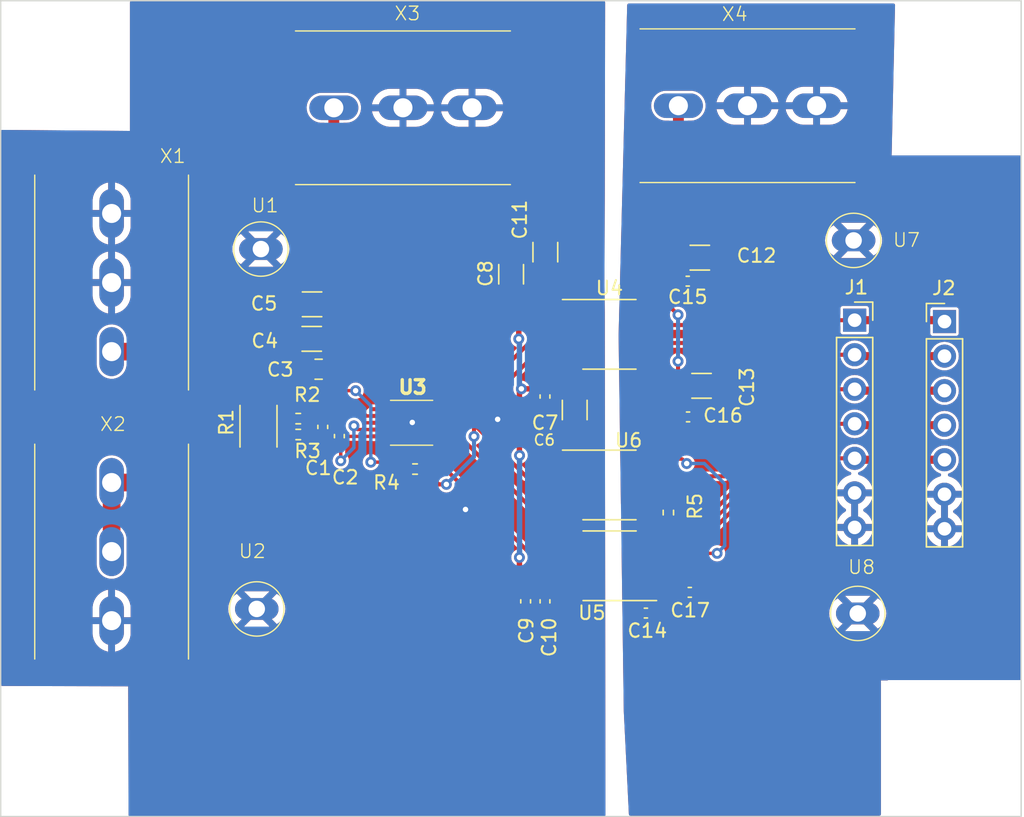
<source format=kicad_pcb>
(kicad_pcb (version 20221018) (generator pcbnew)
  (layers (0 "F.Cu" signal) (31 "B.Cu" signal) (34 "B.Paste" user) (35 "F.Paste" user) (36 "B.SilkS" user "B.Silkscreen") (37 "F.SilkS" user "F.Silkscreen") (38 "B.Mask" user) (39 "F.Mask" user) (44 "Edge.Cuts" user))
  (net 0 "")
  (net 1 "Net-(U3-IN+)")
  (net 2 "Net-(U3-IN-)")
  (net 3 "GND")
  (net 4 "GND1")
  (net 5 "Net-(J1-Pin_1)")
  (net 6 "Net-(J1-Pin_2)")
  (net 7 "Net-(J1-Pin_3)")
  (net 8 "Net-(J1-Pin_4)")
  (net 9 "Net-(J1-Pin_5)")
  (net 10 "Net-(R1-Pad2)")
  (net 11 "Net-(U3-ALERT)")
  (net 12 "Net-(U6-VOB)")
  (net 13 "Net-(U3-CS)")
  (net 14 "Net-(U3-MOSI)")
  (net 15 "Net-(U3-MISO)")
  (net 16 "Net-(U3-SCLK)")
  (net 17 "pwr")
  (net 18 "Net-(U4-VDD2)")
  (net 19 "Net-(U3-VBUS)")
  (footprint "Capacitor_SMD:C_0805_2012Metric_Pad1.18x1.45mm_HandSolder" (layer "F.Cu") (at 166.4208 91.3638 180)
    (fp_text reference "C3" (at 2.8194 -0.0254 180) (layer "F.SilkS"))
    (fp_text value "100 nF" hide)
    (fp_line (start -0.261252 -0.735) (end 0.261252 -0.735) (stroke (width 0.12)) (layer "F.SilkS"))
    (fp_line (start -0.261252 0.735) (end 0.261252 0.735) (stroke (width 0.12)) (layer "F.SilkS"))
    (pad "1" smd roundrect (at -1.0375 0 180) (size 1.175 1.45) (layers "F.Cu" "F.Paste" "F.Mask") (roundrect_rratio 0.2127659574) (net 17 "pwr"))
    (pad "2" smd roundrect (at 1.0375 0 180) (size 1.175 1.45) (layers "F.Cu" "F.Paste" "F.Mask") (roundrect_rratio 0.2127659574) (net 3 "GND"))
  )
  (footprint "Capacitor_SMD:C_1206_3216Metric_Pad1.33x1.80mm_HandSolder" (layer "F.Cu") (at 185.2422 94.361 90)
    (fp_text reference "C6" (at -2.2098 -2.2352) (layer "F.SilkS") (effects (font (size 0.8 0.8) (thickness 0.125))))
    (fp_text value "10μF" hide)
    (fp_line (start -0.711252 -0.91) (end 0.711252 -0.91) (stroke (width 0.12)) (layer "F.SilkS"))
    (fp_line (start -0.711252 0.91) (end 0.711252 0.91) (stroke (width 0.12)) (layer "F.SilkS"))
    (pad "1" smd roundrect (at -1.5625 0 90) (size 1.325 1.8) (layers "F.Cu" "F.Paste" "F.Mask") (roundrect_rratio 0.1886792453) (net 3 "GND"))
    (pad "2" smd roundrect (at 1.5625 0 90) (size 1.325 1.8) (layers "F.Cu" "F.Paste" "F.Mask") (roundrect_rratio 0.1886792453) (net 17 "pwr"))
  )
  (footprint "Capacitor_SMD:C_0402_1005Metric_Pad0.74x0.62mm_HandSolder" (layer "F.Cu") (at 166.7256 95.6056 -90)
    (fp_text reference "C1" (at 3.0226 0.3302) (layer "F.SilkS"))
    (fp_text value "100n" hide)
    (fp_line (start -0.115835 -0.36) (end 0.115835 -0.36) (stroke (width 0.12)) (layer "F.SilkS"))
    (fp_line (start -0.115835 0.36) (end 0.115835 0.36) (stroke (width 0.12)) (layer "F.SilkS"))
    (pad "1" smd roundrect (at -0.5675 0 270) (size 0.735 0.62) (layers "F.Cu" "F.Paste" "F.Mask") (net 1 "Net-(U3-IN+)"))
    (pad "2" smd roundrect (at 0.5675 0 270) (size 0.735 0.62) (layers "F.Cu" "F.Paste" "F.Mask") (net 2 "Net-(U3-IN-)"))
  )
  (footprint "Resistor_SMD:R_2010_5025Metric_Pad1.40x2.65mm_HandSolder" (layer "F.Cu") (at 162.0012 95.5548 -90)
    (fp_text reference "R1" (at -0.2794 2.3622 90) (layer "F.SilkS"))
    (fp_text value "50m ohms" hide)
    (fp_line (start -1.527064 -1.36) (end 1.527064 -1.36) (stroke (width 0.12)) (layer "F.SilkS"))
    (fp_line (start -1.527064 1.36) (end 1.527064 1.36) (stroke (width 0.12)) (layer "F.SilkS"))
    (pad "1" smd roundrect (at -2.4 0 270) (size 1.4 2.65) (layers "F.Cu" "F.Paste" "F.Mask") (roundrect_rratio 0.1785707143) (net 19 "Net-(U3-VBUS)"))
    (pad "2" smd roundrect (at 2.4 0 270) (size 1.4 2.65) (layers "F.Cu" "F.Paste" "F.Mask") (roundrect_rratio 0.1785707143) (net 10 "Net-(R1-Pad2)"))
  )
  (footprint "Package_SO:SOIC-8_3.9x4.9mm_P1.27mm" (layer "F.Cu") (at 187.7964 99.8728)
    (fp_text reference "U6" (at 1.4082 -3.2766) (layer "F.SilkS"))
    (fp_text value "ADuM120N" hide)
    (fp_line (start 0 -2.56) (end -3.45 -2.56) (stroke (width 0.12)) (layer "F.SilkS"))
    (fp_line (start 0 -2.56) (end 1.95 -2.56) (stroke (width 0.12)) (layer "F.SilkS"))
    (fp_line (start 0 2.56) (end -1.95 2.56) (stroke (width 0.12)) (layer "F.SilkS"))
    (fp_line (start 0 2.56) (end 1.95 2.56) (stroke (width 0.12)) (layer "F.SilkS"))
    (pad "1" smd roundrect (at -2.475 -1.905) (size 1.95 0.6) (layers "F.Cu" "F.Paste" "F.Mask") (net 17 "pwr"))
    (pad "2" smd roundrect (at -2.475 -0.635) (size 1.95 0.6) (layers "F.Cu" "F.Paste" "F.Mask") (net 11 "Net-(U3-ALERT)"))
    (pad "3" smd roundrect (at -2.475 0.635) (size 1.95 0.6) (layers "F.Cu" "F.Paste" "F.Mask") (net 3 "GND"))
    (pad "4" smd roundrect (at -2.475 1.905) (size 1.95 0.6) (layers "F.Cu" "F.Paste" "F.Mask") (net 3 "GND"))
    (pad "5" smd roundrect (at 2.475 1.905) (size 1.95 0.6) (layers "F.Cu" "F.Paste" "F.Mask") (net 4 "GND1"))
    (pad "6" smd roundrect (at 2.475 0.635) (size 1.95 0.6) (layers "F.Cu" "F.Paste" "F.Mask") (net 12 "Net-(U6-VOB)"))
    (pad "7" smd roundrect (at 2.475 -0.635) (size 1.95 0.6) (layers "F.Cu" "F.Paste" "F.Mask") (net 7 "Net-(J1-Pin_3)"))
    (pad "8" smd roundrect (at 2.475 -1.905) (size 1.95 0.6) (layers "F.Cu" "F.Paste" "F.Mask") (net 18 "Net-(U4-VDD2)"))
  )
  (footprint "Capacitor_SMD:C_1206_3216Metric_Pad1.33x1.80mm_HandSolder" (layer "F.Cu") (at 194.564 92.583)
    (fp_text reference "C13" (at 3.3375 0.1 90) (layer "F.SilkS"))
    (fp_text value "10μF" hide)
    (fp_line (start -0.711252 -0.91) (end 0.711252 -0.91) (stroke (width 0.12)) (layer "F.SilkS"))
    (fp_line (start -0.711252 0.91) (end 0.711252 0.91) (stroke (width 0.12)) (layer "F.SilkS"))
    (pad "1" smd roundrect (at -1.5625 0) (size 1.325 1.8) (layers "F.Cu" "F.Paste" "F.Mask") (roundrect_rratio 0.1886792453) (net 18 "Net-(U4-VDD2)"))
    (pad "2" smd roundrect (at 1.5625 0) (size 1.325 1.8) (layers "F.Cu" "F.Paste" "F.Mask") (roundrect_rratio 0.1886792453) (net 4 "GND1"))
  )
  (footprint "Connector_PinHeader_2.54mm:PinHeader_1x07_P2.54mm_Vertical" (layer "F.Cu") (at 212.4202 87.8586)
    (fp_text reference "J2" (at -0.0508 -2.4638) (layer "F.SilkS"))
    (fp_text value "Conn_01x07_female")
    (fp_line (start -1.33 -1.33) (end 0 -1.33) (stroke (width 0.12)) (layer "F.SilkS"))
    (fp_line (start -1.33 0) (end -1.33 -1.33) (stroke (width 0.12)) (layer "F.SilkS"))
    (fp_line (start -1.33 1.27) (end -1.33 16.57) (stroke (width 0.12)) (layer "F.SilkS"))
    (fp_line (start -1.33 1.27) (end 1.33 1.27) (stroke (width 0.12)) (layer "F.SilkS"))
    (fp_line (start -1.33 16.57) (end 1.33 16.57) (stroke (width 0.12)) (layer "F.SilkS"))
    (fp_line (start 1.33 1.27) (end 1.33 16.57) (stroke (width 0.12)) (layer "F.SilkS"))
    (pad "1" thru_hole rect (at 0 0) (size 1.7 1.7) (drill 1) (layers "*.Cu" "*.Mask") (net 5 "Net-(J1-Pin_1)"))
    (pad "2" thru_hole oval (at 0 2.54) (size 1.7 1.7) (drill 1) (layers "*.Cu" "*.Mask") (net 6 "Net-(J1-Pin_2)"))
    (pad "3" thru_hole oval (at 0 5.08) (size 1.7 1.7) (drill 1) (layers "*.Cu" "*.Mask") (net 7 "Net-(J1-Pin_3)"))
    (pad "4" thru_hole oval (at 0 7.62) (size 1.7 1.7) (drill 1) (layers "*.Cu" "*.Mask") (net 8 "Net-(J1-Pin_4)"))
    (pad "5" thru_hole oval (at 0 10.16) (size 1.7 1.7) (drill 1) (layers "*.Cu" "*.Mask") (net 9 "Net-(J1-Pin_5)"))
    (pad "6" thru_hole oval (at 0 12.7) (size 1.7 1.7) (drill 1) (layers "*.Cu" "*.Mask") (net 4 "GND1"))
    (pad "7" thru_hole oval (at 0 15.24) (size 1.7 1.7) (drill 1) (layers "*.Cu" "*.Mask") (net 4 "GND1"))
  )
  (footprint "Capacitor_SMD:C_0402_1005Metric_Pad0.74x0.62mm_HandSolder" (layer "F.Cu") (at 167.9448 96.2827 -90)
    (fp_text reference "C2" (at 3.0313 -0.4318) (layer "F.SilkS"))
    (fp_text value "100n" hide)
    (fp_line (start -0.115835 -0.36) (end 0.115835 -0.36) (stroke (width 0.12)) (layer "F.SilkS"))
    (fp_line (start -0.115835 0.36) (end 0.115835 0.36) (stroke (width 0.12)) (layer "F.SilkS"))
    (pad "1" smd roundrect (at -0.5675 0 270) (size 0.735 0.62) (layers "F.Cu" "F.Paste" "F.Mask") (net 1 "Net-(U3-IN+)"))
    (pad "2" smd roundrect (at 0.5675 0 270) (size 0.735 0.62) (layers "F.Cu" "F.Paste" "F.Mask") (net 2 "Net-(U3-IN-)"))
  )
  (footprint "soldernail:Soldernail" (layer "F.Cu") (at 162.179 82.5246)
    (fp_text reference "U1" (at 0.3048 -3.2004 unlocked) (layer "F.SilkS") (effects (font (thickness 0.1))))
    (fp_text value "~" hide)
    (fp_circle (center 0 0) (end 2 0) (stroke (width 0.1)) (fill none) (layer "F.SilkS"))
    (pad "1" thru_hole oval (at 0 0 90) (size 1.6 3.2) (drill 1.21) (layers "*.Cu" "*.Mask") (net 3 "GND"))
  )
  (footprint "AkL073_3:AKL073-03_footprint" (layer "F.Cu") (at 172.6184 72.136 180)
    (fp_text reference "X3" (at -0.3302 6.9342 unlocked) (layer "F.SilkS") (effects (font (thickness 0.1))))
    (fp_text value "~" hide)
    (fp_line (start -7.9 -5.65) (end 7.9 -5.65) (stroke (width 0.1)) (layer "F.SilkS"))
    (fp_line (start -7.9 5.65) (end 7.9 5.65) (stroke (width 0.1)) (layer "F.SilkS"))
    (pad "1" thru_hole oval (at -5.08 0 270) (size 1.8 3.6) (drill 1.4) (layers "*.Cu" "*.Mask") (net 3 "GND"))
    (pad "2" thru_hole oval (at 0 0 270) (size 1.8 3.6) (drill 1.4) (layers "*.Cu" "*.Mask" "Dwgs.User") (net 3 "GND"))
    (pad "3" thru_hole oval (at 5.08 0 270) (size 1.8 3.6) (drill 1.4) (layers "*.Cu" "*.Mask") (net 17 "pwr"))
  )
  (footprint "Capacitor_SMD:C_1206_3216Metric_Pad1.33x1.80mm_HandSolder" (layer "F.Cu") (at 180.5686 84.3788 90)
    (fp_text reference "C8" (at 0.0508 -1.8796 90) (layer "F.SilkS"))
    (fp_text value "100nF" hide)
    (fp_line (start -0.711252 -0.91) (end 0.711252 -0.91) (stroke (width 0.12)) (layer "F.SilkS"))
    (fp_line (start -0.711252 0.91) (end 0.711252 0.91) (stroke (width 0.12)) (layer "F.SilkS"))
    (pad "1" smd roundrect (at -1.5625 0 90) (size 1.325 1.8) (layers "F.Cu" "F.Paste" "F.Mask") (roundrect_rratio 0.1886792453) (net 17 "pwr"))
    (pad "2" smd roundrect (at 1.5625 0 90) (size 1.325 1.8) (layers "F.Cu" "F.Paste" "F.Mask") (roundrect_rratio 0.1886792453) (net 3 "GND"))
  )
  (footprint "Resistor_SMD:R_0402_1005Metric_Pad0.72x0.64mm_HandSolder" (layer "F.Cu") (at 164.9222 94.996)
    (fp_text reference "R2" (at 0.6604 -1.7526 180) (layer "F.SilkS"))
    (fp_text value "15 ohms" hide)
    (fp_line (start -0.167621 -0.38) (end 0.167621 -0.38) (stroke (width 0.12)) (layer "F.SilkS"))
    (fp_line (start -0.167621 0.38) (end 0.167621 0.38) (stroke (width 0.12)) (layer "F.SilkS"))
    (pad "1" smd roundrect (at -0.5975 0) (size 0.715 0.64) (layers "F.Cu" "F.Paste" "F.Mask") (net 19 "Net-(U3-VBUS)"))
    (pad "2" smd roundrect (at 0.5975 0) (size 0.715 0.64) (layers "F.Cu" "F.Paste" "F.Mask") (net 1 "Net-(U3-IN+)"))
  )
  (footprint "Package_SO:SOIC-8_3.9x4.9mm_P1.27mm" (layer "F.Cu") (at 187.8076 105.8164 180)
    (fp_text reference "U5" (at 1.306 -3.4624) (layer "F.SilkS"))
    (fp_text value "ADuM120N" hide)
    (fp_line (start 0 -2.56) (end -3.45 -2.56) (stroke (width 0.12)) (layer "F.SilkS"))
    (fp_line (start 0 -2.56) (end 1.95 -2.56) (stroke (width 0.12)) (layer "F.SilkS"))
    (fp_line (start 0 2.56) (end -1.95 2.56) (stroke (width 0.12)) (layer "F.SilkS"))
    (fp_line (start 0 2.56) (end 1.95 2.56) (stroke (width 0.12)) (layer "F.SilkS"))
    (pad "1" smd roundrect (at -2.475 -1.905 180) (size 1.95 0.6) (layers "F.Cu" "F.Paste" "F.Mask") (net 18 "Net-(U4-VDD2)"))
    (pad "2" smd roundrect (at -2.475 -0.635 180) (size 1.95 0.6) (layers "F.Cu" "F.Paste" "F.Mask") (net 9 "Net-(J1-Pin_5)"))
    (pad "3" smd roundrect (at -2.475 0.635 180) (size 1.95 0.6) (layers "F.Cu" "F.Paste" "F.Mask") (net 8 "Net-(J1-Pin_4)"))
    (pad "4" smd roundrect (at -2.475 1.905 180) (size 1.95 0.6) (layers "F.Cu" "F.Paste" "F.Mask") (net 4 "GND1"))
    (pad "5" smd roundrect (at 2.475 1.905 180) (size 1.95 0.6) (layers "F.Cu" "F.Paste" "F.Mask") (net 3 "GND"))
    (pad "6" smd roundrect (at 2.475 0.635 180) (size 1.95 0.6) (layers "F.Cu" "F.Paste" "F.Mask") (net 14 "Net-(U3-MOSI)"))
    (pad "7" smd roundrect (at 2.475 -0.635 180) (size 1.95 0.6) (layers "F.Cu" "F.Paste" "F.Mask") (net 13 "Net-(U3-CS)"))
    (pad "8" smd roundrect (at 2.475 -1.905 180) (size 1.95 0.6) (layers "F.Cu" "F.Paste" "F.Mask") (net 17 "pwr"))
  )
  (footprint "Capacitor_SMD:C_0402_1005Metric_Pad0.74x0.62mm_HandSolder" (layer "F.Cu") (at 190.4746 109.2962)
    (fp_text reference "C14" (at 0.1016 1.2954 180) (layer "F.SilkS"))
    (fp_text value "10μF" hide)
    (fp_line (start -0.115835 -0.36) (end 0.115835 -0.36) (stroke (width 0.12)) (layer "F.SilkS"))
    (fp_line (start -0.115835 0.36) (end 0.115835 0.36) (stroke (width 0.12)) (layer "F.SilkS"))
    (pad "1" smd roundrect (at -0.5675 0) (size 0.735 0.62) (layers "F.Cu" "F.Paste" "F.Mask") (net 18 "Net-(U4-VDD2)"))
    (pad "2" smd roundrect (at 0.5675 0) (size 0.735 0.62) (layers "F.Cu" "F.Paste" "F.Mask") (net 4 "GND1"))
  )
  (footprint "soldernail:Soldernail" (layer "F.Cu") (at 206.0448 109.3216)
    (fp_text reference "U8" (at 0.2794 -3.4036 unlocked) (layer "F.SilkS") (effects (font (thickness 0.1))))
    (fp_text value "~" hide)
    (fp_circle (center 0 0) (end 2 0) (stroke (width 0.1)) (fill none) (layer "F.SilkS"))
    (pad "1" thru_hole oval (at 0 0 90) (size 1.6 3.2) (drill 1.21) (layers "*.Cu" "*.Mask") (net 4 "GND1"))
  )
  (footprint "Connector_PinSocket_2.54mm:PinSocket_1x07_P2.54mm_Vertical" (layer "F.Cu") (at 205.8162 87.757)
    (fp_text reference "J1" (at 0.127 -2.413) (layer "F.SilkS"))
    (fp_text value "Conn_01x07_Male")
    (fp_line (start -1.33 1.27) (end -1.33 16.57) (stroke (width 0.12)) (layer "F.SilkS"))
    (fp_line (start -1.33 1.27) (end 1.33 1.27) (stroke (width 0.12)) (layer "F.SilkS"))
    (fp_line (start -1.33 16.57) (end 1.33 16.57) (stroke (width 0.12)) (layer "F.SilkS"))
    (fp_line (start 0 -1.33) (end 1.33 -1.33) (stroke (width 0.12)) (layer "F.SilkS"))
    (fp_line (start 1.33 -1.33) (end 1.33 0) (stroke (width 0.12)) (layer "F.SilkS"))
    (fp_line (start 1.33 1.27) (end 1.33 16.57) (stroke (width 0.12)) (layer "F.SilkS"))
    (pad "1" thru_hole rect (at 0 0) (size 1.7 1.7) (drill 1) (layers "*.Cu" "*.Mask") (net 5 "Net-(J1-Pin_1)"))
    (pad "2" thru_hole oval (at 0 2.54) (size 1.7 1.7) (drill 1) (layers "*.Cu" "*.Mask") (net 6 "Net-(J1-Pin_2)"))
    (pad "3" thru_hole oval (at 0 5.08) (size 1.7 1.7) (drill 1) (layers "*.Cu" "*.Mask") (net 7 "Net-(J1-Pin_3)"))
    (pad "4" thru_hole oval (at 0 7.62) (size 1.7 1.7) (drill 1) (layers "*.Cu" "*.Mask") (net 8 "Net-(J1-Pin_4)"))
    (pad "5" thru_hole oval (at 0 10.16) (size 1.7 1.7) (drill 1) (layers "*.Cu" "*.Mask") (net 9 "Net-(J1-Pin_5)"))
    (pad "6" thru_hole oval (at 0 12.7) (size 1.7 1.7) (drill 1) (layers "*.Cu" "*.Mask") (net 4 "GND1"))
    (pad "7" thru_hole oval (at 0 15.24) (size 1.7 1.7) (drill 1) (layers "*.Cu" "*.Mask") (net 4 "GND1"))
  )
  (footprint "Capacitor_SMD:C_1206_3216Metric_Pad1.33x1.80mm_HandSolder" (layer "F.Cu") (at 194.437 83.1596 180)
    (fp_text reference "C12" (at -4.1656 0.1524) (layer "F.SilkS"))
    (fp_text value "10μF" hide)
    (fp_line (start -0.711252 -0.91) (end 0.711252 -0.91) (stroke (width 0.12)) (layer "F.SilkS"))
    (fp_line (start -0.711252 0.91) (end 0.711252 0.91) (stroke (width 0.12)) (layer "F.SilkS"))
    (pad "1" smd roundrect (at -1.5625 0 180) (size 1.325 1.8) (layers "F.Cu" "F.Paste" "F.Mask") (roundrect_rratio 0.1886792453) (net 4 "GND1"))
    (pad "2" smd roundrect (at 1.5625 0 180) (size 1.325 1.8) (layers "F.Cu" "F.Paste" "F.Mask") (roundrect_rratio 0.1886792453) (net 18 "Net-(U4-VDD2)"))
  )
  (footprint "MountingHole:MountingHole_3.5mm" (layer "F.Cu") (at 147.5994 120.0912)
    (fp_text reference "hole2" hide)
    (fp_text value "MountingHole_3.5mm")
    (pad "" np_thru_hole circle (at 0 0) (size 3.5 3.5) (drill 3.5) (layers "*.Cu" "*.Mask"))
  )
  (footprint "MountingHole:MountingHole_3.5mm" (layer "F.Cu") (at 213.487 68.9864)
    (fp_text reference "hole1" hide)
    (fp_text value "MountingHole_3.5mm")
    (pad "" np_thru_hole circle (at 0 0) (size 3.5 3.5) (drill 3.5) (layers "*.Cu" "*.Mask"))
  )
  (footprint "Capacitor_SMD:C_0402_1005Metric_Pad0.74x0.62mm_HandSolder" (layer "F.Cu") (at 183.0578 93.3704 90)
    (fp_text reference "C7" (at -1.9325 0 180) (layer "F.SilkS"))
    (fp_text value "100nF" hide)
    (fp_line (start -0.115835 -0.36) (end 0.115835 -0.36) (stroke (width 0.12)) (layer "F.SilkS"))
    (fp_line (start -0.115835 0.36) (end 0.115835 0.36) (stroke (width 0.12)) (layer "F.SilkS"))
    (pad "1" smd roundrect (at -0.5675 0 90) (size 0.735 0.62) (layers "F.Cu" "F.Paste" "F.Mask") (net 3 "GND"))
    (pad "2" smd roundrect (at 0.5675 0 90) (size 0.735 0.62) (layers "F.Cu" "F.Paste" "F.Mask") (net 17 "pwr"))
  )
  (footprint "Capacitor_SMD:C_1206_3216Metric_Pad1.33x1.80mm_HandSolder" (layer "F.Cu") (at 165.9382 86.5886 180)
    (fp_text reference "C5" (at 3.5306 0.0508) (layer "F.SilkS"))
    (fp_text value "2,2μF" hide)
    (fp_line (start -0.711252 -0.91) (end 0.711252 -0.91) (stroke (width 0.12)) (layer "F.SilkS"))
    (fp_line (start -0.711252 0.91) (end 0.711252 0.91) (stroke (width 0.12)) (layer "F.SilkS"))
    (pad "1" smd roundrect (at -1.5625 0 180) (size 1.325 1.8) (layers "F.Cu" "F.Paste" "F.Mask") (roundrect_rratio 0.1886792453) (net 17 "pwr"))
    (pad "2" smd roundrect (at 1.5625 0 180) (size 1.325 1.8) (layers "F.Cu" "F.Paste" "F.Mask") (roundrect_rratio 0.1886792453) (net 3 "GND"))
  )
  (footprint "AkL073_3:AKL073-03_footprint" (layer "F.Cu") (at 151.2062 84.9884 90)
    (fp_text reference "X1" (at 9.2964 4.4958 unlocked) (layer "F.SilkS") (effects (font (thickness 0.1))))
    (fp_text value "~" hide)
    (fp_line (start -7.9 -5.65) (end 7.9 -5.65) (stroke (width 0.1)) (layer "F.SilkS"))
    (fp_line (start -7.9 5.65) (end 7.9 5.65) (stroke (width 0.1)) (layer "F.SilkS"))
    (pad "1" thru_hole oval (at -5.08 0 180) (size 1.8 3.6) (drill 1.4) (layers "*.Cu" "*.Mask") (net 19 "Net-(U3-VBUS)"))
    (pad "2" thru_hole oval (at 0 0 180) (size 1.8 3.6) (drill 1.4) (layers "*.Cu" "*.Mask" "Dwgs.User") (net 3 "GND"))
    (pad "3" thru_hole oval (at 5.08 0 180) (size 1.8 3.6) (drill 1.4) (layers "*.Cu" "*.Mask") (net 3 "GND"))
  )
  (footprint "soldernail:Soldernail" (layer "F.Cu") (at 205.74 81.8896)
    (fp_text reference "U7" (at 3.8862 -0.0254 unlocked) (layer "F.SilkS") (effects (font (thickness 0.1))))
    (fp_text value "~" hide)
    (fp_circle (center 0 0) (end 2 0) (stroke (width 0.1)) (fill none) (layer "F.SilkS"))
    (pad "1" thru_hole oval (at 0 0 90) (size 1.6 3.2) (drill 1.21) (layers "*.Cu" "*.Mask") (net 4 "GND1"))
  )
  (footprint "Capacitor_SMD:C_1206_3216Metric_Pad1.33x1.80mm_HandSolder" (layer "F.Cu") (at 183.0832 82.7532 90)
    (fp_text reference "C11" (at 2.3876 -1.8796 90) (layer "F.SilkS"))
    (fp_text value "10μF" hide)
    (fp_line (start -0.711252 -0.91) (end 0.711252 -0.91) (stroke (width 0.12)) (layer "F.SilkS"))
    (fp_line (start -0.711252 0.91) (end 0.711252 0.91) (stroke (width 0.12)) (layer "F.SilkS"))
    (pad "1" smd roundrect (at -1.5625 0 90) (size 1.325 1.8) (layers "F.Cu" "F.Paste" "F.Mask") (roundrect_rratio 0.1886792453) (net 17 "pwr"))
    (pad "2" smd roundrect (at 1.5625 0 90) (size 1.325 1.8) (layers "F.Cu" "F.Paste" "F.Mask") (roundrect_rratio 0.1886792453) (net 3 "GND"))
  )
  (footprint "MountingHole:MountingHole_3.5mm" (layer "F.Cu") (at 213.2584 120.1928)
    (fp_text reference "hole3" hide)
    (fp_text value "MountingHole_3.5mm")
    (pad "" np_thru_hole circle (at 0 0) (size 3.5 3.5) (drill 3.5) (layers "*.Cu" "*.Mask"))
  )
  (footprint "Capacitor_SMD:C_0402_1005Metric_Pad0.74x0.62mm_HandSolder" (layer "F.Cu") (at 193.7004 107.7722)
    (fp_text reference "C17" (at 0.0254 1.3208) (layer "F.SilkS"))
    (fp_text value "100nF" hide)
    (fp_line (start -0.115835 -0.36) (end 0.115835 -0.36) (stroke (width 0.12)) (layer "F.SilkS"))
    (fp_line (start -0.115835 0.36) (end 0.115835 0.36) (stroke (width 0.12)) (layer "F.SilkS"))
    (pad "1" smd roundrect (at -0.5675 0) (size 0.735 0.62) (layers "F.Cu" "F.Paste" "F.Mask") (net 18 "Net-(U4-VDD2)"))
    (pad "2" smd roundrect (at 0.5675 0) (size 0.735 0.62) (layers "F.Cu" "F.Paste" "F.Mask") (net 4 "GND1"))
  )
  (footprint "MountingHole:MountingHole_3.5mm" (layer "F.Cu") (at 147.3708 68.6816)
    (fp_text reference "hole" hide)
    (fp_text value "MountingHole_3.5mm" hide)
    (pad "" np_thru_hole circle (at 0 0) (size 3.5 3.5) (drill 3.5) (layers "*.Cu" "*.Mask"))
  )
  (footprint "AkL073_3:AKL073-03_footprint" (layer "F.Cu") (at 197.9422 71.9836 180)
    (fp_text reference "X4" (at 0.9398 6.731 unlocked) (layer "F.SilkS") (effects (font (thickness 0.1))))
    (fp_text value "~" hide)
    (fp_line (start -7.9 -5.65) (end 7.9 -5.65) (stroke (width 0.1)) (layer "F.SilkS"))
    (fp_line (start -7.9 5.65) (end 7.9 5.65) (stroke (width 0.1)) (layer "F.SilkS"))
    (pad "1" thru_hole oval (at -5.08 0 270) (size 1.8 3.6) (drill 1.4) (layers "*.Cu" "*.Mask") (net 4 "GND1"))
    (pad "2" thru_hole oval (at 0 0 270) (size 1.8 3.6) (drill 1.4) (layers "*.Cu" "*.Mask" "Dwgs.User") (net 4 "GND1"))
    (pad "3" thru_hole oval (at 5.08 0 270) (size 1.8 3.6) (drill 1.4) (layers "*.Cu" "*.Mask") (net 18 "Net-(U4-VDD2)"))
  )
  (footprint "Package_SO:SOIC-8_3.9x4.9mm_P1.27mm" (layer "F.Cu") (at 187.7934 88.7984)
    (fp_text reference "U4" (at 0 -3.4) (layer "F.SilkS"))
    (fp_text value "ADuM121N")
    (fp_line (start 0 -2.56) (end -3.45 -2.56) (stroke (width 0.12)) (layer "F.SilkS"))
    (fp_line (start 0 -2.56) (end 1.95 -2.56) (stroke (width 0.12)) (layer "F.SilkS"))
    (fp_line (start 0 2.56) (end -1.95 2.56) (stroke (width 0.12)) (layer "F.SilkS"))
    (fp_line (start 0 2.56) (end 1.95 2.56) (stroke (width 0.12)) (layer "F.SilkS"))
    (pad "1" smd roundrect (at -2.475 -1.905) (size 1.95 0.6) (layers "F.Cu" "F.Paste" "F.Mask") (net 17 "pwr"))
    (pad "2" smd roundrect (at -2.475 -0.635) (size 1.95 0.6) (layers "F.Cu" "F.Paste" "F.Mask") (net 16 "Net-(U3-SCLK)"))
    (pad "3" smd roundrect (at -2.475 0.635) (size 1.95 0.6) (layers "F.Cu" "F.Paste" "F.Mask") (net 15 "Net-(U3-MISO)"))
    (pad "4" smd roundrect (at -2.475 1.905) (size 1.95 0.6) (layers "F.Cu" "F.Paste" "F.Mask") (net 3 "GND"))
    (pad "5" smd roundrect (at 2.475 1.905) (size 1.95 0.6) (layers "F.Cu" "F.Paste" "F.Mask") (net 4 "GND1"))
    (pad "6" smd roundrect (at 2.475 0.635) (size 1.95 0.6) (layers "F.Cu" "F.Paste" "F.Mask") (net 6 "Net-(J1-Pin_2)"))
    (pad "7" smd roundrect (at 2.475 -0.635) (size 1.95 0.6) (layers "F.Cu" "F.Paste" "F.Mask") (net 5 "Net-(J1-Pin_1)"))
    (pad "8" smd roundrect (at 2.475 -1.905) (size 1.95 0.6) (layers "F.Cu" "F.Paste" "F.Mask") (net 18 "Net-(U4-VDD2)"))
  )
  (footprint "Capacitor_SMD:C_0402_1005Metric_Pad0.74x0.62mm_HandSolder" (layer "F.Cu") (at 181.6354 108.4326 90)
    (fp_text reference "C9" (at -2.159 0.0508 90) (layer "F.SilkS"))
    (fp_text value "100nF" hide)
    (fp_line (start -0.115835 -0.36) (end 0.115835 -0.36) (stroke (width 0.12)) (layer "F.SilkS"))
    (fp_line (start -0.115835 0.36) (end 0.115835 0.36) (stroke (width 0.12)) (layer "F.SilkS"))
    (pad "1" smd roundrect (at -0.5675 0 90) (size 0.735 0.62) (layers "F.Cu" "F.Paste" "F.Mask") (net 3 "GND"))
    (pad "2" smd roundrect (at 0.5675 0 90) (size 0.735 0.62) (layers "F.Cu" "F.Paste" "F.Mask") (net 17 "pwr"))
  )
  (footprint "Resistor_SMD:R_0402_1005Metric_Pad0.72x0.64mm_HandSolder" (layer "F.Cu") (at 192.1256 101.9048 -90)
    (fp_text reference "R5" (at -0.4572 -1.9558 90) (layer "F.SilkS"))
    (fp_text value "10k" hide)
    (fp_line (start -0.167621 -0.38) (end 0.167621 -0.38) (stroke (width 0.12)) (layer "F.SilkS"))
    (fp_line (start -0.167621 0.38) (end 0.167621 0.38) (stroke (width 0.12)) (layer "F.SilkS"))
    (pad "1" smd roundrect (at -0.5975 0 270) (size 0.715 0.64) (layers "F.Cu" "F.Paste" "F.Mask") (net 12 "Net-(U6-VOB)"))
    (pad "2" smd roundrect (at 0.5975 0 270) (size 0.715 0.64) (layers "F.Cu" "F.Paste" "F.Mask") (net 4 "GND1"))
  )
  (footprint "AkL073_3:AKL073-03_footprint" (layer "F.Cu") (at 151.2062 104.775 90)
    (fp_text reference "X2" (at 9.3726 0.1016 unlocked) (layer "F.SilkS") (effects (font (thickness 0.1))))
    (fp_text value "~" hide)
    (fp_line (start -7.9 -5.65) (end 7.9 -5.65) (stroke (width 0.1)) (layer "F.SilkS"))
    (fp_line (start -7.9 5.65) (end 7.9 5.65) (stroke (width 0.1)) (layer "F.SilkS"))
    (pad "1" thru_hole oval (at -5.08 0 180) (size 1.8 3.6) (drill 1.4) (layers "*.Cu" "*.Mask") (net 3 "GND"))
    (pad "2" thru_hole oval (at 0 0 180) (size 1.8 3.6) (drill 1.4) (layers "*.Cu" "*.Mask" "Dwgs.User") (net 10 "Net-(R1-Pad2)"))
    (pad "3" thru_hole oval (at 5.08 0 180) (size 1.8 3.6) (drill 1.4) (layers "*.Cu" "*.Mask") (net 10 "Net-(R1-Pad2)"))
  )
  (footprint "soldernail:Soldernail" (layer "F.Cu") (at 161.8742 108.9914)
    (fp_text reference "U2" (at -0.3302 -4.2418 unlocked) (layer "F.SilkS") (effects (font (thickness 0.1))))
    (fp_text value "~" hide)
    (fp_circle (center 0 0) (end 2 0) (stroke (width 0.1)) (fill none) (layer "F.SilkS"))
    (pad "1" thru_hole oval (at 0 0 90) (size 1.6 3.2) (drill 1.21) (layers "*.Cu" "*.Mask") (net 3 "GND"))
  )
  (footprint "Capacitor_SMD:C_0402_1005Metric_Pad0.74x0.62mm_HandSolder" (layer "F.Cu") (at 193.5734 94.869)
    (fp_text reference "C16" (at 2.5654 -0.1016) (layer "F.SilkS"))
    (fp_text value "100nF" hide)
    (fp_line (start -0.115835 -0.36) (end 0.115835 -0.36) (stroke (width 0.12)) (layer "F.SilkS"))
    (fp_line (start -0.115835 0.36) (end 0.115835 0.36) (stroke (width 0.12)) (layer "F.SilkS"))
    (pad "1" smd roundrect (at -0.5675 0) (size 0.735 0.62) (layers "F.Cu" "F.Paste" "F.Mask") (net 18 "Net-(U4-VDD2)"))
    (pad "2" smd roundrect (at 0.5675 0) (size 0.735 0.62) (layers "F.Cu" "F.Paste" "F.Mask") (net 4 "GND1"))
  )
  (footprint "INA239_footprint:INA239" (layer "F.Cu") (at 173.2534 95.3008 180)
    (fp_text reference "U3" (at -0.0762 2.6162 unlocked) (layer "F.SilkS") (effects (font (thickness 0.25) bold)))
    (fp_text value "INA239")
    (fp_line (start -1.55 -1.65) (end 1.55 -1.65) (stroke (width 0.1)) (layer "F.SilkS"))
    (fp_line (start -1.55 1.65) (end 1.55 1.65) (stroke (width 0.1)) (layer "F.SilkS"))
    (pad "1" smd roundrect (at -2.2 -1 180) (size 1.45 0.3) (layers "F.Cu" "F.Paste" "F.Mask") (net 13 "Net-(U3-CS)"))
    (pad "2" smd roundrect (at -2.2 -0.5 180) (size 1.45 0.3) (layers "F.Cu" "F.Paste" "F.Mask") (net 14 "Net-(U3-MOSI)"))
    (pad "3" smd roundrect (at -2.2 0 180) (size 1.45 0.3) (layers "F.Cu" "F.Paste" "F.Mask") (net 11 "Net-(U3-ALERT)"))
    (pad "4" smd roundrect (at -2.2 0.5 180) (size 1.45 0.3) (layers "F.Cu" "F.Paste" "F.Mask") (net 15 "Net-(U3-MISO)"))
    (pad "5" smd roundrect (at -2.2 1 180) (size 1.45 0.3) (layers "F.Cu" "F.Paste" "F.Mask") (net 16 "Net-(U3-SCLK)"))
    (pad "6" smd roundrect (at 2.2 1 180) (size 1.45 0.3) (layers "F.Cu" "F.Paste" "F.Mask") (net 17 "pwr"))
    (pad "7" smd roundrect (at 2.2 0.5 180) (size 1.45 0.3) (layers "F.Cu" "F.Paste" "F.Mask") (net 3 "GND"))
    (pad "8" smd roundrect (at 2.2 0 180) (size 1.45 0.3) (layers "F.Cu" "F.Paste" "F.Mask") (net 19 "Net-(U3-VBUS)"))
    (pad "9" smd roundrect (at 2.2 -0.5 180) (size 1.45 0.3) (layers "F.Cu" "F.Paste" "F.Mask") (net 2 "Net-(U3-IN-)"))
    (pad "10" smd roundrect (at 2.2 -1 180) (size 1.45 0.3) (layers "F.Cu" "F.Paste" "F.Mask") (net 1 "Net-(U3-IN+)"))
  )
  (footprint "Resistor_SMD:R_0402_1005Metric_Pad0.72x0.64mm_HandSolder" (layer "F.Cu") (at 164.9222 96.1644)
    (fp_text reference "R3" (at 0.6858 1.2192 180) (layer "F.SilkS"))
    (fp_text value "15 ohms" hide)
    (fp_line (start -0.167621 -0.38) (end 0.167621 -0.38) (stroke (width 0.12)) (layer "F.SilkS"))
    (fp_line (start -0.167621 0.38) (end 0.167621 0.38) (stroke (width 0.12)) (layer "F.SilkS"))
    (pad "1" smd roundrect (at -0.5975 0) (size 0.715 0.64) (layers "F.Cu" "F.Paste" "F.Mask") (net 10 "Net-(R1-Pad2)"))
    (pad "2" smd roundrect (at 0.5975 0) (size 0.715 0.64) (layers "F.Cu" "F.Paste" "F.Mask") (net 2 "Net-(U3-IN-)"))
  )
  (footprint "Capacitor_SMD:C_0402_1005Metric_Pad0.74x0.62mm_HandSolder" (layer "F.Cu") (at 193.548 84.8868 180)
    (fp_text reference "C15" (at 0 -1.16 180) (layer "F.SilkS"))
    (fp_text value "100nF")
    (fp_line (start -0.115835 -0.36) (end 0.115835 -0.36) (stroke (width 0.12)) (layer "F.SilkS"))
    (fp_line (start -0.115835 0.36) (end 0.115835 0.36) (stroke (width 0.12)) (layer "F.SilkS"))
    (pad "1" smd roundrect (at -0.5675 0 180) (size 0.735 0.62) (layers "F.Cu" "F.Paste" "F.Mask") (net 4 "GND1"))
    (pad "2" smd roundrect (at 0.5675 0 180) (size 0.735 0.62) (layers "F.Cu" "F.Paste" "F.Mask") (net 18 "Net-(U4-VDD2)"))
  )
  (footprint "Capacitor_SMD:C_1206_3216Metric_Pad1.33x1.80mm_HandSolder" (layer "F.Cu") (at 165.9128 89.1286 180)
    (fp_text reference "C4" (at 3.4544 -0.1524) (layer "F.SilkS"))
    (fp_text value "2,2μF" hide)
    (fp_line (start -0.711252 -0.91) (end 0.711252 -0.91) (stroke (width 0.12)) (layer "F.SilkS"))
    (fp_line (start -0.711252 0.91) (end 0.711252 0.91) (stroke (width 0.12)) (layer "F.SilkS"))
    (pad "1" smd roundrect (at -1.5625 0 180) (size 1.325 1.8) (layers "F.Cu" "F.Paste" "F.Mask") (roundrect_rratio 0.1886792453) (net 17 "pwr"))
    (pad "2" smd roundrect (at 1.5625 0 180) (size 1.325 1.8) (layers "F.Cu" "F.Paste" "F.Mask") (roundrect_rratio 0.1886792453) (net 3 "GND"))
  )
  (footprint "Resistor_SMD:R_0402_1005Metric_Pad0.72x0.64mm_HandSolder" (layer "F.Cu") (at 173.5074 98.7044)
    (fp_text reference "R4" (at -2.1 1) (layer "F.SilkS"))
    (fp_text value "10k" hide)
    (fp_line (start -0.167621 -0.38) (end 0.167621 -0.38) (stroke (width 0.12)) (layer "F.SilkS"))
    (fp_line (start -0.167621 0.38) (end 0.167621 0.38) (stroke (width 0.12)) (layer "F.SilkS"))
    (pad "1" smd roundrect (at -0.5975 0) (size 0.715 0.64) (layers "F.Cu" "F.Paste" "F.Mask") (net 17 "pwr"))
    (pad "2" smd roundrect (at 0.5975 0) (size 0.715 0.64) (layers "F.Cu" "F.Paste" "F.Mask") (net 11 "Net-(U3-ALERT)"))
  )
  (footprint "Capacitor_SMD:C_0402_1005Metric_Pad0.74x0.62mm_HandSolder" (layer "F.Cu") (at 183.0578 108.4326 90)
    (fp_text reference "C10" (at -2.6416 0.3048 90) (layer "F.SilkS"))
    (fp_text value "10μF" hide)
    (fp_line (start -0.115835 -0.36) (end 0.115835 -0.36) (stroke (width 0.12)) (layer "F.SilkS"))
    (fp_line (start -0.115835 0.36) (end 0.115835 0.36) (stroke (width 0.12)) (layer "F.SilkS"))
    (pad "1" smd roundrect (at -0.5675 0 90) (size 0.735 0.62) (layers "F.Cu" "F.Paste" "F.Mask") (net 3 "GND"))
    (pad "2" smd roundrect (at 0.5675 0 90) (size 0.735 0.62) (layers "F.Cu" "F.Paste" "F.Mask") (net 17 "pwr"))
  )
  (gr_rect (start 143.0528 64.2594) (end 218.0528 124.2594) (stroke (width 0.1)) (fill none) (layer "Edge.Cuts"))
  (segment (start 167.2677 95.0381) (end 167.9448 95.7152) (width 0.25) (layer "F.Cu") (net 1))
  (segment (start 171.0534 96.3008) (end 168.5304 96.3008) (width 0.25) (layer "F.Cu") (net 1))
  (segment (start 166.7256 95.0381) (end 167.2677 95.0381) (width 0.25) (layer "F.Cu") (net 1))
  (segment (start 168.5304 96.3008) (end 167.9448 95.7152) (width 0.25) (layer "F.Cu") (net 1))
  (segment (start 166.6835 94.996) (end 166.7256 95.0381) (width 0.4) (layer "F.Cu") (net 1))
  (segment (start 165.5197 94.996) (end 166.6835 94.996) (width 0.4) (layer "F.Cu") (net 1))
  (segment (start 166.7169 96.1644) (end 166.7256 96.1731) (width 0.4) (layer "F.Cu") (net 2))
  (segment (start 168.0464 98.0948) (end 168.0464 96.9518) (width 0.25) (layer "F.Cu") (net 2))
  (segment (start 165.5197 96.1644) (end 166.7169 96.1644) (width 0.4) (layer "F.Cu") (net 2))
  (segment (start 169.014617 95.526383) (end 169.289034 95.8008) (width 0.25) (layer "F.Cu") (net 2))
  (segment (start 168.0464 96.9518) (end 167.9448 96.8502) (width 0.25) (layer "F.Cu") (net 2))
  (segment (start 167.2677 96.1731) (end 167.9448 96.8502) (width 0.25) (layer "F.Cu") (net 2))
  (segment (start 169.289034 95.8008) (end 171.0534 95.8008) (width 0.25) (layer "F.Cu") (net 2))
  (segment (start 166.7256 96.1731) (end 167.2677 96.1731) (width 0.25) (layer "F.Cu") (net 2))
  (via (at 169.014617 95.526383) (size 0.8) (drill 0.4) (layers "F.Cu" "B.Cu") (net 2))
  (via (at 168.0464 98.0948) (size 0.8) (drill 0.4) (layers "F.Cu" "B.Cu") (net 2))
  (segment (start 169.014617 97.126583) (end 168.0464 98.0948) (width 0.25) (layer "B.Cu") (net 2))
  (segment (start 169.014617 95.526383) (end 169.014617 97.126583) (width 0.25) (layer "B.Cu") (net 2))
  (segment (start 168.883135 93.7332) (end 167.7527 93.7332) (width 0.25) (layer "F.Cu") (net 3))
  (segment (start 171.0534 94.8008) (end 169.950735 94.8008) (width 0.25) (layer "F.Cu") (net 3))
  (segment (start 150.8506 80.5434) (end 151.0792 80.772) (width 0.25) (layer "F.Cu") (net 3))
  (segment (start 150.8252 80.5434) (end 150.8506 80.5434) (width 0.25) (layer "F.Cu") (net 3))
  (segment (start 169.950735 94.8008) (end 168.883135 93.7332) (width 0.25) (layer "F.Cu") (net 3))
  (segment (start 151.0792 80.772) (end 150.7744 80.772) (width 0.25) (layer "F.Cu") (net 3))
  (segment (start 167.7527 93.7332) (end 165.3833 91.3638) (width 0.25) (layer "F.Cu") (net 3))
  (via (at 177.2158 101.6762) (size 0.8) (drill 0.4) (layers "F.Cu" "B.Cu") (net 3))
  (via (at 173.3042 95.2754) (size 0.8) (drill 0.4) (layers "F.Cu" "B.Cu") (net 3))
  (via (at 179.578 95.0468) (size 0.8) (drill 0.4) (layers "F.Cu" "B.Cu") (net 3))
  (segment (start 190.2718 90.7) (end 190.3 90.7) (width 0.25) (layer "F.Cu") (net 4))
  (segment (start 205.8162 87.757) (end 198.2216 87.757) (width 0.3) (layer "F.Cu") (net 5))
  (segment (start 198.2216 87.757) (end 197.866 88.1126) (width 0.3) (layer "F.Cu") (net 5))
  (segment (start 197.866 88.1126) (end 190.3192 88.1126) (width 0.3) (layer "F.Cu") (net 5))
  (segment (start 205.8162 87.757) (end 212.3186 87.757) (width 0.6) (layer "F.Cu") (net 5))
  (segment (start 190.3192 88.1126) (end 190.2684 88.1634) (width 0.3) (layer "F.Cu") (net 5))
  (segment (start 190.2684 89.4334) (end 197.9676 89.4334) (width 0.3) (layer "F.Cu") (net 6))
  (segment (start 212.4202 90.3986) (end 205.9178 90.3986) (width 0.6) (layer "F.Cu") (net 6))
  (segment (start 205.9178 90.3986) (end 205.8162 90.297) (width 0.25) (layer "F.Cu") (net 6))
  (segment (start 198.8312 90.297) (end 205.8162 90.297) (width 0.3) (layer "F.Cu") (net 6))
  (segment (start 197.9676 89.4334) (end 198.8312 90.297) (width 0.3) (layer "F.Cu") (net 6))
  (segment (start 190.2714 99.2378) (end 196.2404 99.2378) (width 0.3) (layer "F.Cu") (net 7))
  (segment (start 196.2404 99.2378) (end 202.6412 92.837) (width 0.3) (layer "F.Cu") (net 7))
  (segment (start 202.6412 92.837) (end 205.8162 92.837) (width 0.3) (layer "F.Cu") (net 7))
  (segment (start 212.4202 92.9386) (end 205.9178 92.9386) (width 0.6) (layer "F.Cu") (net 7))
  (segment (start 190.2826 105.1814) (end 192.0494 105.1814) (width 0.3) (layer "F.Cu") (net 8))
  (segment (start 192.0494 105.1814) (end 201.8538 95.377) (width 0.3) (layer "F.Cu") (net 8))
  (segment (start 212.4202 95.4786) (end 205.9178 95.4786) (width 0.6) (layer "F.Cu") (net 8))
  (segment (start 201.8538 95.377) (end 205.8162 95.377) (width 0.3) (layer "F.Cu") (net 8))
  (segment (start 205.9178 95.4786) (end 205.8162 95.377) (width 0.25) (layer "F.Cu") (net 8))
  (segment (start 200.66 97.917) (end 205.8162 97.917) (width 0.3) (layer "F.Cu") (net 9))
  (segment (start 190.2826 106.4514) (end 192.1256 106.4514) (width 0.3) (layer "F.Cu") (net 9))
  (segment (start 205.9178 98.0186) (end 205.8162 97.917) (width 0.25) (layer "F.Cu") (net 9))
  (segment (start 212.4202 98.0186) (end 205.9178 98.0186) (width 0.6) (layer "F.Cu") (net 9))
  (segment (start 192.1256 106.4514) (end 200.66 97.917) (width 0.3) (layer "F.Cu") (net 9))
  (segment (start 162.6362 96.1644) (end 164.3247 96.1644) (width 0.4) (layer "F.Cu") (net 10))
  (segment (start 160.261 99.695) (end 162.0012 97.9548) (width 1.3) (layer "F.Cu") (net 10))
  (segment (start 162.0012 97.9548) (end 162.0012 96.7994) (width 0.4) (layer "F.Cu") (net 10))
  (segment (start 151.2062 99.695) (end 151.2062 104.775) (width 1.3) (layer "F.Cu") (net 10))
  (segment (start 162.0012 96.7994) (end 162.6362 96.1644) (width 0.4) (layer "F.Cu") (net 10))
  (segment (start 151.2062 99.695) (end 160.261 99.695) (width 1.3) (layer "F.Cu") (net 10))
  (segment (start 177.840398 96.301802) (end 177.840398 95.417398) (width 0.3) (layer "F.Cu") (net 11))
  (segment (start 177.840398 95.417398) (end 177.7238 95.3008) (width 0.3) (layer "F.Cu") (net 11))
  (segment (start 174.1049 98.7044) (end 174.117 98.7044) (width 0.3) (layer "F.Cu") (net 11))
  (segment (start 174.117 98.7044) (end 175.1584 99.7458) (width 0.3) (layer "F.Cu") (net 11))
  (segment (start 177.7238 95.3008) (end 181.6608 99.2378) (width 0.3) (layer "F.Cu") (net 11))
  (segment (start 181.6608 99.2378) (end 185.3214 99.2378) (width 0.3) (layer "F.Cu") (net 11))
  (segment (start 175.4534 95.3008) (end 177.7238 95.3008) (width 0.3) (layer "F.Cu") (net 11))
  (segment (start 175.243877 99.831277) (end 175.809523 99.831277) (width 0.3) (layer "F.Cu") (net 11))
  (segment (start 175.1584 99.7458) (end 175.243877 99.831277) (width 0.3) (layer "F.Cu") (net 11))
  (via (at 177.840398 96.301802) (size 0.8) (drill 0.4) (layers "F.Cu" "B.Cu") (net 11))
  (via (at 175.809523 99.831277) (size 0.8) (drill 0.4) (layers "F.Cu" "B.Cu") (net 11))
  (segment (start 175.809523 99.831277) (end 177.840398 97.800402) (width 0.3) (layer "B.Cu") (net 11))
  (segment (start 177.840398 97.800402) (end 177.840398 96.301802) (width 0.3) (layer "B.Cu") (net 11))
  (segment (start 191.3261 100.5078) (end 192.1256 101.3073) (width 0.3) (layer "F.Cu") (net 12))
  (segment (start 190.2714 100.5078) (end 191.3261 100.5078) (width 0.3) (layer "F.Cu") (net 12))
  (segment (start 183.5404 106.5022) (end 185.2818 106.5022) (width 0.3) (layer "F.Cu") (net 13))
  (segment (start 185.2818 106.5022) (end 185.3326 106.4514) (width 0.3) (layer "F.Cu") (net 13))
  (segment (start 175.4534 96.3008) (end 175.4534 98.4152) (width 0.3) (layer "F.Cu") (net 13))
  (segment (start 175.4534 98.4152) (end 183.5404 106.5022) (width 0.3) (layer "F.Cu") (net 13))
  (segment (start 176.279441 95.8008) (end 182.7022 102.223559) (width 0.3) (layer "F.Cu") (net 14))
  (segment (start 182.7022 104.1654) (end 183.7182 105.1814) (width 0.3) (layer "F.Cu") (net 14))
  (segment (start 175.4534 95.8008) (end 176.279441 95.8008) (width 0.3) (layer "F.Cu") (net 14))
  (segment (start 182.7022 102.223559) (end 182.7022 104.1654) (width 0.3) (layer "F.Cu") (net 14))
  (segment (start 183.7182 105.1814) (end 185.3326 105.1814) (width 0.3) (layer "F.Cu") (net 14))
  (segment (start 175.0978 95.8008) (end 175.923841 95.8008) (width 0.3) (layer "F.Cu") (net 14))
  (segment (start 177.792 94.8008) (end 183.1594 89.4334) (width 0.3) (layer "F.Cu") (net 15))
  (segment (start 175.4534 94.8008) (end 177.792 94.8008) (width 0.3) (layer "F.Cu") (net 15))
  (segment (start 183.1594 89.4334) (end 185.3184 89.4334) (width 0.3) (layer "F.Cu") (net 15))
  (segment (start 183.1594 88.1634) (end 185.3184 88.1634) (width 0.3) (layer "F.Cu") (net 16))
  (segment (start 175.4534 94.3008) (end 177.022 94.3008) (width 0.3) (layer "F.Cu") (net 16))
  (segment (start 177.022 94.3008) (end 183.1594 88.1634) (width 0.3) (layer "F.Cu") (net 16))
  (segment (start 185.2422 92.7985) (end 183.0622 92.7985) (width 0.3) (layer "F.Cu") (net 17))
  (segment (start 167.5384 86.5509) (end 167.5007 86.5886) (width 0.8) (layer "F.Cu") (net 17))
  (segment (start 167.4753 89.1286) (end 167.4753 91.3468) (width 0.8) (layer "F.Cu") (net 17))
  (segment (start 183.8285 107.8651) (end 183.9468 107.7468) (width 0.3) (layer "F.Cu") (net 17))
  (segment (start 180.5686 86.4362) (end 179.2478 87.757) (width 0.8) (layer "F.Cu") (net 17))
  (segment (start 172.4019 98.1964) (end 172.9099 98.7044) (width 0.25) (layer "F.Cu") (net 17))
  (segment (start 167.9702 92.7608) (end 168.148 92.9386) (width 0.25) (layer "F.Cu") (net 17))
  (segment (start 168.6691 87.757) (end 179.2478 87.757) (width 0.8) (layer "F.Cu") (net 17))
  (segment (start 172.9099 98.7044) (end 172.9099 100.5961) (width 0.3) (layer "F.Cu") (net 17))
  (segment (start 168.148 92.9386) (end 169.1386 92.9386) (width 0.25) (layer "F.Cu") (net 17))
  (segment (start 183.9468 107.7468) (end 185.3072 107.7468) (width 0.3) (layer "F.Cu") (net 17))
  (segment (start 181.130823 89.132023) (end 181.130823 86.998423) (width 0.4) (layer "F.Cu") (net 17))
  (segment (start 167.4583 91.3638) (end 169.418 91.3638) (width 0.3) (layer "F.Cu") (net 17))
  (segment (start 185.3072 107.7468) (end 185.3326 107.7214) (width 0.3) (layer "F.Cu") (net 17))
  (segment (start 181.3219 92.8029) (end 181.1782 92.9466) (width 0.4) (layer "F.Cu") (net 17))
  (segment (start 167.5007 86.5886) (end 168.6691 87.757) (width 0.8) (layer "F.Cu") (net 17))
  (segment (start 183.0622 92.7985) (end 183.0578 92.8029) (width 0.3) (layer "F.Cu") (net 17))
  (segment (start 184.3917 84.3157) (end 185.3184 85.2424) (width 0.4) (layer "F.Cu") (net 17))
  (segment (start 183.0578 107.8651) (end 183.8285 107.8651) (width 0.3) (layer "F.Cu") (net 17))
  (segment (start 181.1782 92.9466) (end 181.1782 96.4692) (width 0.4) (layer "F.Cu") (net 17))
  (segment (start 181.6354 107.8651) (end 183.0578 107.8651) (width 0.3) (layer "F.Cu") (net 17))
  (segment (start 180.5686 85.9413) (end 180.5686 86.4362) (width 0.8) (layer "F.Cu") (net 17))
  (segment (start 180.1789 107.8651) (end 181.6354 107.8651) (width 0.3) (layer "F.Cu") (net 17))
  (segment (start 185.3184 85.2424) (end 185.3184 86.8934) (width 0.4) (layer "F.Cu") (net 17))
  (segment (start 183.0832 84.3157) (end 184.3917 84.3157) (width 0.4) (layer "F.Cu") (net 17))
  (segment (start 182.6768 97.9678) (end 181.1782 96.4692) (width 0.4) (layer "F.Cu") (net 17))
  (segment (start 183.0832 84.3157) (end 182.6891 84.3157) (width 0.8) (layer "F.Cu") (net 17))
  (segment (start 167.5007 86.5886) (end 167.5007 89.1032) (width 0.8) (layer "F.Cu") (net 17))
  (segment (start 167.5007 89.1032) (end 167.4753 89.1286) (width 1.2) (layer "F.Cu") (net 17))
  (segment (start 167.4583 92.2489) (end 167.9702 92.7608) (width 0.25) (layer "F.Cu") (net 17))
  (segment (start 167.5384 72.136) (end 167.5384 86.5509) (width 0.8) (layer "F.Cu") (net 17))
  (segment (start 182.6891 84.3157) (end 180.5686 86.4362) (width 0.8) (layer "F.Cu") (net 17))
  (segment (start 181.1782 107.4079) (end 181.6354 107.8651) (width 0.4) (layer "F.Cu") (net 17))
  (segment (start 185.3214 97.9678) (end 182.6768 97.9678) (width 0.4) (layer "F.Cu") (net 17))
  (segment (start 167.4753 91.3468) (end 167.4583 91.3638) (width 0.8) (layer "F.Cu") (net 17))
  (segment (start 171.0534 92.9992) (end 171.0534 94.3008) (width 0.3) (layer "F.Cu") (net 17))
  (segment (start 172.9099 100.5961) (end 180.1789 107.8651) (width 0.3) (layer "F.Cu") (net 17))
  (segment (start 169.418 91.3638) (end 171.0534 92.9992) (width 0.3) (layer "F.Cu") (net 17))
  (segment (start 170.2562 98.1964) (end 172.4019 98.1964) (width 0.25) (layer "F.Cu") (net 17))
  (segment (start 167.4583 91.3638) (end 167.4583 92.2489) (width 0.25) (layer "F.Cu") (net 17))
  (segment (start 181.1782 105.2068) (end 181.1782 107.4079) (width 0.4) (layer "F.Cu") (net 17))
  (segment (start 181.3219 92.8029) (end 183.0578 92.8029) (width 0.4) (layer "F.Cu") (net 17))
  (segment (start 181.130823 86.998423) (end 180.5686 86.4362) (width 0.4) (layer "F.Cu") (net 17))
  (segment (start 181.1782 96.4692) (end 181.1782 97.695246) (width 0.4) (layer "F.Cu") (net 17))
  (segment (start 181.1782 97.695246) (end 181.187477 97.704523) (width 0.4) (layer "F.Cu") (net 17))
  (via (at 181.3219 92.8029) (size 0.8) (drill 0.4) (layers "F.Cu" "B.Cu") (net 17))
  (via (at 169.1386 92.9386) (size 0.8) (drill 0.4) (layers "F.Cu" "B.Cu") (net 17))
  (via (at 170.2562 98.1964) (size 0.8) (drill 0.4) (layers "F.Cu" "B.Cu") (net 17))
  (via (at 181.130823 89.132023) (size 0.8) (drill 0.4) (layers "F.Cu" "B.Cu") (net 17))
  (via (at 181.187477 97.704523) (size 0.8) (drill 0.4) (layers "F.Cu" "B.Cu") (net 17))
  (via (at 181.1782 105.2068) (size 0.8) (drill 0.4) (layers "F.Cu" "B.Cu") (net 17))
  (segment (start 181.1782 89.1794) (end 181.130823 89.132023) (width 0.4) (layer "B.Cu") (net 17))
  (segment (start 181.3219 92.8029) (end 181.1782 92.6592) (width 0.4) (layer "B.Cu") (net 17))
  (segment (start 181.1782 92.6592) (end 181.1782 89.1794) (width 0.4) (layer "B.Cu") (net 17))
  (segment (start 181.187477 97.704523) (end 181.187477 105.197523) (width 0.4) (layer "B.Cu") (net 17))
  (segment (start 169.1386 92.9386) (end 170.2562 94.0562) (width 0.25) (layer "B.Cu") (net 17))
  (segment (start 181.187477 105.197523) (end 181.1782 105.2068) (width 0.4) (layer "B.Cu") (net 17))
  (segment (start 170.2562 94.0562) (end 170.2562 98.1964) (width 0.25) (layer "B.Cu") (net 17))
  (segment (start 190.2714 97.9678) (end 193.1416 97.9678) (width 0.25) (layer "F.Cu") (net 18))
  (segment (start 192.8368 92.4183) (end 193.0015 92.583) (width 0.3) (layer "F.Cu") (net 18))
  (segment (start 190.2684 86.8934) (end 192.3671 86.8934) (width 0.3) (layer "F.Cu") (net 18))
  (segment (start 192.8622 83.1473) (end 192.8745 83.1596) (width 0.6) (layer "F.Cu") (net 18))
  (segment (start 190.2684 86.8934) (end 190.5254 86.8934) (width 0.4) (layer "F.Cu") (net 18))
  (segment (start 194.9958 104.902) (end 193.1329 106.7649) (width 0.25) (layer "F.Cu") (net 18))
  (segment (start 193.0146 84.9209) (end 192.9805 84.8868) (width 0.4) (layer "F.Cu") (net 18))
  (segment (start 190.2826 107.7214) (end 190.2826 108.9207) (width 0.3) (layer "F.Cu") (net 18))
  (segment (start 193.1329 106.7649) (end 193.1329 107.7722) (width 0.25) (layer "F.Cu") (net 18))
  (segment (start 192.3671 86.8934) (end 192.8368 87.3631) (width 0.3) (layer "F.Cu") (net 18))
  (segment (start 190.2826 108.9207) (end 189.9071 109.2962) (width 0.3) (layer "F.Cu") (net 18))
  (segment (start 191.6176 85.7504) (end 192.7606 85.7504) (width 0.4) (layer "F.Cu") (net 18))
  (segment (start 193.0821 107.7214) (end 193.1329 107.7722) (width 0.3) (layer "F.Cu") (net 18))
  (segment (start 192.7606 85.7504) (end 193.0146 85.4964) (width 0.4) (layer "F.Cu") (net 18))
  (segment (start 193.1416 97.9678) (end 193.4718 98.298) (width 0.25) (layer "F.Cu") (net 18))
  (segment (start 192.8622 71.9836) (end 192.8622 83.1473) (width 0.8) (layer "F.Cu") (net 18))
  (segment (start 190.2826 107.7214) (end 193.0821 107.7214) (width 0.3) (layer "F.Cu") (net 18))
  (segment (start 195.707 104.902) (end 194.9958 104.902) (width 0.25) (layer "F.Cu") (net 18))
  (segment (start 193.0015 94.8646) (end 193.0059 94.869) (width 0.3) (layer "F.Cu") (net 18))
  (segment (start 190.4746 86.8934) (end 191.6176 85.7504) (width 0.4) (layer "F.Cu") (net 18))
  (segment (start 192.8745 83.1596) (end 192.8745 84.7808) (width 0.4) (layer "F.Cu") (net 18))
  (segment (start 190.2714 97.6035) (end 190.2714 97.9678) (width 0.25) (layer "F.Cu") (net 18))
  (segment (start 193.0015 92.583) (end 193.0015 94.8646) (width 0.3) (layer "F.Cu") (net 18))
  (segment (start 190.2684 86.8934) (end 190.4746 86.8934) (width 0.4) (layer "F.Cu") (net 18))
  (segment (start 193.0059 94.869) (end 190.2714 97.6035) (width 0.25) (layer "F.Cu") (net 18))
  (segment (start 193.112777 107.752077) (end 193.1329 107.7722) (width 0.3) (layer "F.Cu") (net 18))
  (segment (start 192.8745 84.7808) (end 192.9805 84.8868) (width 0.4) (layer "F.Cu") (net 18))
  (segment (start 192.8368 90.7796) (end 192.8368 92.4183) (width 0.3) (layer "F.Cu") (net 18))
  (segment (start 193.0146 85.4964) (end 193.0146 84.9209) (width 0.4) (layer "F.Cu") (net 18))
  (via (at 195.707 104.902) (size 0.8) (drill 0.4) (layers "F.Cu" "B.Cu") (net 18))
  (via (at 192.8368 90.7796) (size 0.8) (drill 0.4) (layers "F.Cu" "B.Cu") (net 18))
  (via (at 193.4718 98.298) (size 0.8) (drill 0.4) (layers "F.Cu" "B.Cu") (net 18))
  (via (at 192.8368 87.3631) (size 0.8) (drill 0.4) (layers "F.Cu" "B.Cu") (net 18))
  (segment (start 196.2658 104.3432) (end 195.707 104.902) (width 0.25) (layer "B.Cu") (net 18))
  (segment (start 193.4718 98.298) (end 194.7672 98.298) (width 0.25) (layer "B.Cu") (net 18))
  (segment (start 192.8368 87.3631) (end 192.8368 90.7796) (width 0.3) (layer "B.Cu") (net 18))
  (segment (start 194.7672 98.298) (end 196.2658 99.7966) (width 0.25) (layer "B.Cu") (net 18))
  (segment (start 196.2658 99.7966) (end 196.2658 104.3432) (width 0.25) (layer "B.Cu") (net 18))
  (segment (start 171.0534 95.3008) (end 169.814339 95.3008) (width 0.25) (layer "F.Cu") (net 19))
  (segment (start 164.3247 94.8569) (end 164.9984 94.1832) (width 0.25) (layer "F.Cu") (net 19))
  (segment (start 168.696739 94.1832) (end 164.9984 94.1832) (width 0.25) (layer "F.Cu") (net 19))
  (segment (start 169.814339 95.3008) (end 168.696739 94.1832) (width 0.25) (layer "F.Cu") (net 19))
  (segment (start 162.0012 93.1548) (end 162.0012 94.4626) (width 0.4) (layer "F.Cu") (net 19))
  (segment (start 158.9148 90.0684) (end 162.0012 93.1548) (width 1.3) (layer "F.Cu") (net 19))
  (segment (start 151.2062 90.0684) (end 158.9148 90.0684) (width 1.3) (layer "F.Cu") (net 19))
  (segment (start 162.0012 94.4626) (end 162.5092 94.9706) (width 0.4) (layer "F.Cu") (net 19))
  (segment (start 162.5092 94.9706) (end 164.2993 94.9706) (width 0.4) (layer "F.Cu") (net 19))
  (zone (net 0) (net_name "") (layer "F.Cu") (connect_pads (clearance 0)) (min_thickness 0.25)
    (keepout (tracks allowed) (vias allowed) (pads allowed) (copperpour not_allowed) (footprints allowed))
    (fill (thermal_gap 0.5) (thermal_bridge_width 0.5))
    (polygon (pts (xy 152.4 64.2874) (xy 152.4 73.66) (xy 143.0274 73.6092) (xy 143.0528 64.3636)))
  )
  (zone (net 0) (net_name "") (layers "F&B.Cu") (connect_pads (clearance 0)) (min_thickness 0.25)
    (keepout (tracks allowed) (vias allowed) (pads allowed) (copperpour not_allowed) (footprints allowed))
    (fill (thermal_gap 0.5) (thermal_bridge_width 0.5))
    (polygon (pts (xy 152.4 124.2568) (xy 152.3746 114.7064) (xy 143.0528 114.7064) (xy 143.1036 124.2568)))
  )
  (zone (net 0) (net_name "") (layers "F&B.Cu") (connect_pads (clearance 0)) (min_thickness 0.25)
    (keepout (tracks allowed) (vias allowed) (pads allowed) (copperpour not_allowed) (footprints allowed))
    (fill (thermal_gap 0.5) (thermal_bridge_width 0.5))
    (polygon (pts (xy 208.8134 64.3128) (xy 208.8388 74.295) (xy 218.059 74.295) (xy 218.0336 64.2112)))
  )
  (zone (net 3) (net_name "GND") (layers "F&B.Cu") (connect_pads (clearance 0)) (min_thickness 0.25) (fill yes (thermal_gap 0.5) (thermal_bridge_width 0.5))
    (polygon (pts (xy 187.452 87.2236) (xy 187.4266 84.7852) (xy 187.452 78.5368) (xy 187.4774 64.262) (xy 152.5524 64.262) (xy 152.5524 73.8378) (xy 143.0274 73.7616) (xy 143.0528 114.6556) (xy 152.4254 114.681) (xy 152.4508 124.2568) (xy 187.5028 124.2568)))
  )
  (zone (net 4) (net_name "GND1") (layers "F&B.Cu") (priority 1) (connect_pads (clearance 0)) (min_thickness 0.25) (fill yes (thermal_gap 0.5) (thermal_bridge_width 0.5))
    (polygon (pts (xy 188.468 88.8746) (xy 189.103 64.4652) (xy 208.788 64.4652) (xy 208.534 75.6412) (xy 218.2876 75.6412) (xy 218.2876 114.2492) (xy 207.7466 114.2492) (xy 207.7466 124.206) (xy 189.23 124.206) (xy 188.849 116.5098)))
  )
  (zone (net 0) (net_name "") (layers "F&B.Cu") (connect_pads (clearance 0)) (min_thickness 0.25)
    (keepout (tracks allowed) (vias allowed) (pads allowed) (copperpour not_allowed) (footprints allowed))
    (fill (thermal_gap 0.5) (thermal_bridge_width 0.5))
    (polygon (pts (xy 208.28 114.2238) (xy 218.0844 114.2238) (xy 217.9828 124.2568) (xy 208.28 124.206)))
  )
)
</source>
